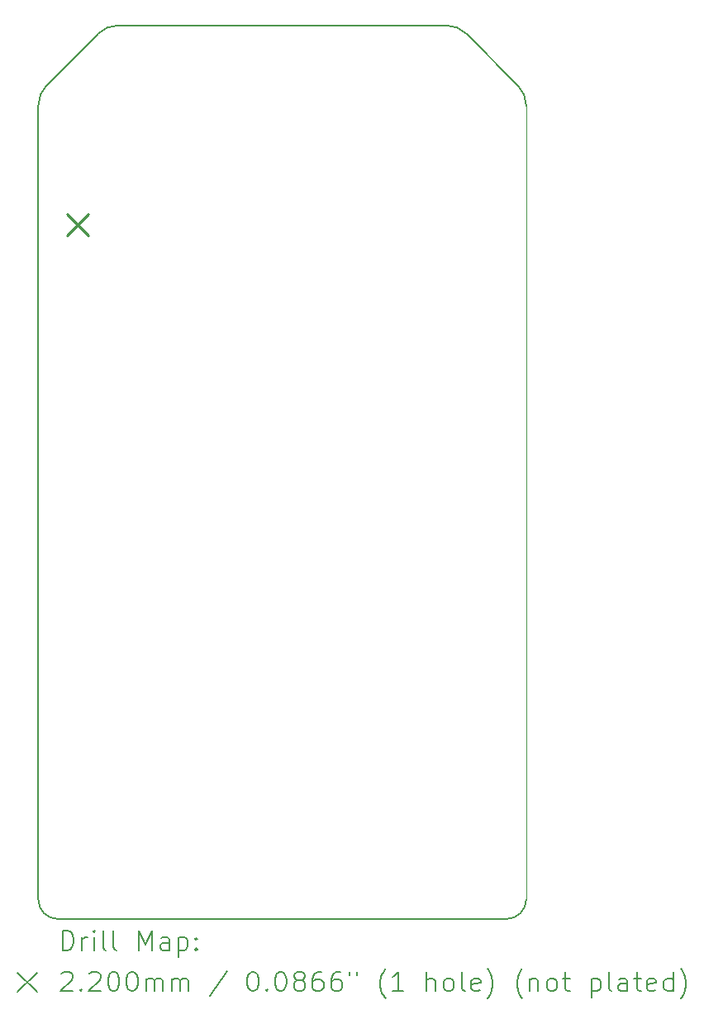
<source format=gbr>
%TF.GenerationSoftware,KiCad,Pcbnew,(6.0.9)*%
%TF.CreationDate,2022-12-03T16:13:04+01:00*%
%TF.ProjectId,ray-rounded,7261792d-726f-4756-9e64-65642e6b6963,rev?*%
%TF.SameCoordinates,Original*%
%TF.FileFunction,Drillmap*%
%TF.FilePolarity,Positive*%
%FSLAX45Y45*%
G04 Gerber Fmt 4.5, Leading zero omitted, Abs format (unit mm)*
G04 Created by KiCad (PCBNEW (6.0.9)) date 2022-12-03 16:13:04*
%MOMM*%
%LPD*%
G01*
G04 APERTURE LIST*
%ADD10C,0.200000*%
%ADD11C,0.100000*%
%ADD12C,0.220000*%
G04 APERTURE END LIST*
D10*
X9755180Y-15282640D02*
X14355180Y-15282640D01*
X9643050Y-6739774D02*
G75*
G03*
X9555180Y-6951904I212110J-212126D01*
G01*
X10379444Y-6127642D02*
G75*
G03*
X10167312Y-6215508I6J-300018D01*
G01*
X9555180Y-15082640D02*
G75*
G03*
X9755180Y-15282640I200000J0D01*
G01*
X9555180Y-6951904D02*
X9555180Y-15082640D01*
X10167312Y-6215508D02*
X9643048Y-6739772D01*
X14555178Y-6951904D02*
G75*
G03*
X14467312Y-6739772I-300018J-6D01*
G01*
X14467312Y-6739772D02*
X13943048Y-6215508D01*
X13943046Y-6215510D02*
G75*
G03*
X13730916Y-6127640I-212126J-212110D01*
G01*
D11*
X14555180Y-6951904D02*
X14555180Y-15082640D01*
D10*
X13730916Y-6127640D02*
X10379444Y-6127640D01*
X14355180Y-15282640D02*
G75*
G03*
X14555180Y-15082640I0J200000D01*
G01*
D12*
X9845840Y-8060640D02*
X10065840Y-8280640D01*
X10065840Y-8060640D02*
X9845840Y-8280640D01*
D10*
X9802799Y-15603116D02*
X9802799Y-15403116D01*
X9850418Y-15403116D01*
X9878990Y-15412640D01*
X9898037Y-15431688D01*
X9907561Y-15450735D01*
X9917085Y-15488830D01*
X9917085Y-15517402D01*
X9907561Y-15555497D01*
X9898037Y-15574545D01*
X9878990Y-15593592D01*
X9850418Y-15603116D01*
X9802799Y-15603116D01*
X10002799Y-15603116D02*
X10002799Y-15469783D01*
X10002799Y-15507878D02*
X10012323Y-15488830D01*
X10021847Y-15479307D01*
X10040894Y-15469783D01*
X10059942Y-15469783D01*
X10126609Y-15603116D02*
X10126609Y-15469783D01*
X10126609Y-15403116D02*
X10117085Y-15412640D01*
X10126609Y-15422164D01*
X10136132Y-15412640D01*
X10126609Y-15403116D01*
X10126609Y-15422164D01*
X10250418Y-15603116D02*
X10231370Y-15593592D01*
X10221847Y-15574545D01*
X10221847Y-15403116D01*
X10355180Y-15603116D02*
X10336132Y-15593592D01*
X10326609Y-15574545D01*
X10326609Y-15403116D01*
X10583751Y-15603116D02*
X10583751Y-15403116D01*
X10650418Y-15545973D01*
X10717085Y-15403116D01*
X10717085Y-15603116D01*
X10898037Y-15603116D02*
X10898037Y-15498354D01*
X10888513Y-15479307D01*
X10869466Y-15469783D01*
X10831370Y-15469783D01*
X10812323Y-15479307D01*
X10898037Y-15593592D02*
X10878990Y-15603116D01*
X10831370Y-15603116D01*
X10812323Y-15593592D01*
X10802799Y-15574545D01*
X10802799Y-15555497D01*
X10812323Y-15536449D01*
X10831370Y-15526926D01*
X10878990Y-15526926D01*
X10898037Y-15517402D01*
X10993275Y-15469783D02*
X10993275Y-15669783D01*
X10993275Y-15479307D02*
X11012323Y-15469783D01*
X11050418Y-15469783D01*
X11069466Y-15479307D01*
X11078990Y-15488830D01*
X11088513Y-15507878D01*
X11088513Y-15565021D01*
X11078990Y-15584068D01*
X11069466Y-15593592D01*
X11050418Y-15603116D01*
X11012323Y-15603116D01*
X10993275Y-15593592D01*
X11174228Y-15584068D02*
X11183751Y-15593592D01*
X11174228Y-15603116D01*
X11164704Y-15593592D01*
X11174228Y-15584068D01*
X11174228Y-15603116D01*
X11174228Y-15479307D02*
X11183751Y-15488830D01*
X11174228Y-15498354D01*
X11164704Y-15488830D01*
X11174228Y-15479307D01*
X11174228Y-15498354D01*
X9345180Y-15832640D02*
X9545180Y-16032640D01*
X9545180Y-15832640D02*
X9345180Y-16032640D01*
X9793275Y-15842164D02*
X9802799Y-15832640D01*
X9821847Y-15823116D01*
X9869466Y-15823116D01*
X9888513Y-15832640D01*
X9898037Y-15842164D01*
X9907561Y-15861211D01*
X9907561Y-15880259D01*
X9898037Y-15908830D01*
X9783751Y-16023116D01*
X9907561Y-16023116D01*
X9993275Y-16004068D02*
X10002799Y-16013592D01*
X9993275Y-16023116D01*
X9983751Y-16013592D01*
X9993275Y-16004068D01*
X9993275Y-16023116D01*
X10078990Y-15842164D02*
X10088513Y-15832640D01*
X10107561Y-15823116D01*
X10155180Y-15823116D01*
X10174228Y-15832640D01*
X10183751Y-15842164D01*
X10193275Y-15861211D01*
X10193275Y-15880259D01*
X10183751Y-15908830D01*
X10069466Y-16023116D01*
X10193275Y-16023116D01*
X10317085Y-15823116D02*
X10336132Y-15823116D01*
X10355180Y-15832640D01*
X10364704Y-15842164D01*
X10374228Y-15861211D01*
X10383751Y-15899307D01*
X10383751Y-15946926D01*
X10374228Y-15985021D01*
X10364704Y-16004068D01*
X10355180Y-16013592D01*
X10336132Y-16023116D01*
X10317085Y-16023116D01*
X10298037Y-16013592D01*
X10288513Y-16004068D01*
X10278990Y-15985021D01*
X10269466Y-15946926D01*
X10269466Y-15899307D01*
X10278990Y-15861211D01*
X10288513Y-15842164D01*
X10298037Y-15832640D01*
X10317085Y-15823116D01*
X10507561Y-15823116D02*
X10526609Y-15823116D01*
X10545656Y-15832640D01*
X10555180Y-15842164D01*
X10564704Y-15861211D01*
X10574228Y-15899307D01*
X10574228Y-15946926D01*
X10564704Y-15985021D01*
X10555180Y-16004068D01*
X10545656Y-16013592D01*
X10526609Y-16023116D01*
X10507561Y-16023116D01*
X10488513Y-16013592D01*
X10478990Y-16004068D01*
X10469466Y-15985021D01*
X10459942Y-15946926D01*
X10459942Y-15899307D01*
X10469466Y-15861211D01*
X10478990Y-15842164D01*
X10488513Y-15832640D01*
X10507561Y-15823116D01*
X10659942Y-16023116D02*
X10659942Y-15889783D01*
X10659942Y-15908830D02*
X10669466Y-15899307D01*
X10688513Y-15889783D01*
X10717085Y-15889783D01*
X10736132Y-15899307D01*
X10745656Y-15918354D01*
X10745656Y-16023116D01*
X10745656Y-15918354D02*
X10755180Y-15899307D01*
X10774228Y-15889783D01*
X10802799Y-15889783D01*
X10821847Y-15899307D01*
X10831370Y-15918354D01*
X10831370Y-16023116D01*
X10926609Y-16023116D02*
X10926609Y-15889783D01*
X10926609Y-15908830D02*
X10936132Y-15899307D01*
X10955180Y-15889783D01*
X10983751Y-15889783D01*
X11002799Y-15899307D01*
X11012323Y-15918354D01*
X11012323Y-16023116D01*
X11012323Y-15918354D02*
X11021847Y-15899307D01*
X11040894Y-15889783D01*
X11069466Y-15889783D01*
X11088513Y-15899307D01*
X11098037Y-15918354D01*
X11098037Y-16023116D01*
X11488513Y-15813592D02*
X11317085Y-16070735D01*
X11745656Y-15823116D02*
X11764704Y-15823116D01*
X11783751Y-15832640D01*
X11793275Y-15842164D01*
X11802799Y-15861211D01*
X11812323Y-15899307D01*
X11812323Y-15946926D01*
X11802799Y-15985021D01*
X11793275Y-16004068D01*
X11783751Y-16013592D01*
X11764704Y-16023116D01*
X11745656Y-16023116D01*
X11726608Y-16013592D01*
X11717085Y-16004068D01*
X11707561Y-15985021D01*
X11698037Y-15946926D01*
X11698037Y-15899307D01*
X11707561Y-15861211D01*
X11717085Y-15842164D01*
X11726608Y-15832640D01*
X11745656Y-15823116D01*
X11898037Y-16004068D02*
X11907561Y-16013592D01*
X11898037Y-16023116D01*
X11888513Y-16013592D01*
X11898037Y-16004068D01*
X11898037Y-16023116D01*
X12031370Y-15823116D02*
X12050418Y-15823116D01*
X12069466Y-15832640D01*
X12078989Y-15842164D01*
X12088513Y-15861211D01*
X12098037Y-15899307D01*
X12098037Y-15946926D01*
X12088513Y-15985021D01*
X12078989Y-16004068D01*
X12069466Y-16013592D01*
X12050418Y-16023116D01*
X12031370Y-16023116D01*
X12012323Y-16013592D01*
X12002799Y-16004068D01*
X11993275Y-15985021D01*
X11983751Y-15946926D01*
X11983751Y-15899307D01*
X11993275Y-15861211D01*
X12002799Y-15842164D01*
X12012323Y-15832640D01*
X12031370Y-15823116D01*
X12212323Y-15908830D02*
X12193275Y-15899307D01*
X12183751Y-15889783D01*
X12174228Y-15870735D01*
X12174228Y-15861211D01*
X12183751Y-15842164D01*
X12193275Y-15832640D01*
X12212323Y-15823116D01*
X12250418Y-15823116D01*
X12269466Y-15832640D01*
X12278989Y-15842164D01*
X12288513Y-15861211D01*
X12288513Y-15870735D01*
X12278989Y-15889783D01*
X12269466Y-15899307D01*
X12250418Y-15908830D01*
X12212323Y-15908830D01*
X12193275Y-15918354D01*
X12183751Y-15927878D01*
X12174228Y-15946926D01*
X12174228Y-15985021D01*
X12183751Y-16004068D01*
X12193275Y-16013592D01*
X12212323Y-16023116D01*
X12250418Y-16023116D01*
X12269466Y-16013592D01*
X12278989Y-16004068D01*
X12288513Y-15985021D01*
X12288513Y-15946926D01*
X12278989Y-15927878D01*
X12269466Y-15918354D01*
X12250418Y-15908830D01*
X12459942Y-15823116D02*
X12421847Y-15823116D01*
X12402799Y-15832640D01*
X12393275Y-15842164D01*
X12374228Y-15870735D01*
X12364704Y-15908830D01*
X12364704Y-15985021D01*
X12374228Y-16004068D01*
X12383751Y-16013592D01*
X12402799Y-16023116D01*
X12440894Y-16023116D01*
X12459942Y-16013592D01*
X12469466Y-16004068D01*
X12478989Y-15985021D01*
X12478989Y-15937402D01*
X12469466Y-15918354D01*
X12459942Y-15908830D01*
X12440894Y-15899307D01*
X12402799Y-15899307D01*
X12383751Y-15908830D01*
X12374228Y-15918354D01*
X12364704Y-15937402D01*
X12650418Y-15823116D02*
X12612323Y-15823116D01*
X12593275Y-15832640D01*
X12583751Y-15842164D01*
X12564704Y-15870735D01*
X12555180Y-15908830D01*
X12555180Y-15985021D01*
X12564704Y-16004068D01*
X12574228Y-16013592D01*
X12593275Y-16023116D01*
X12631370Y-16023116D01*
X12650418Y-16013592D01*
X12659942Y-16004068D01*
X12669466Y-15985021D01*
X12669466Y-15937402D01*
X12659942Y-15918354D01*
X12650418Y-15908830D01*
X12631370Y-15899307D01*
X12593275Y-15899307D01*
X12574228Y-15908830D01*
X12564704Y-15918354D01*
X12555180Y-15937402D01*
X12745656Y-15823116D02*
X12745656Y-15861211D01*
X12821847Y-15823116D02*
X12821847Y-15861211D01*
X13117085Y-16099307D02*
X13107561Y-16089783D01*
X13088513Y-16061211D01*
X13078989Y-16042164D01*
X13069466Y-16013592D01*
X13059942Y-15965973D01*
X13059942Y-15927878D01*
X13069466Y-15880259D01*
X13078989Y-15851688D01*
X13088513Y-15832640D01*
X13107561Y-15804068D01*
X13117085Y-15794545D01*
X13298037Y-16023116D02*
X13183751Y-16023116D01*
X13240894Y-16023116D02*
X13240894Y-15823116D01*
X13221847Y-15851688D01*
X13202799Y-15870735D01*
X13183751Y-15880259D01*
X13536132Y-16023116D02*
X13536132Y-15823116D01*
X13621847Y-16023116D02*
X13621847Y-15918354D01*
X13612323Y-15899307D01*
X13593275Y-15889783D01*
X13564704Y-15889783D01*
X13545656Y-15899307D01*
X13536132Y-15908830D01*
X13745656Y-16023116D02*
X13726608Y-16013592D01*
X13717085Y-16004068D01*
X13707561Y-15985021D01*
X13707561Y-15927878D01*
X13717085Y-15908830D01*
X13726608Y-15899307D01*
X13745656Y-15889783D01*
X13774228Y-15889783D01*
X13793275Y-15899307D01*
X13802799Y-15908830D01*
X13812323Y-15927878D01*
X13812323Y-15985021D01*
X13802799Y-16004068D01*
X13793275Y-16013592D01*
X13774228Y-16023116D01*
X13745656Y-16023116D01*
X13926608Y-16023116D02*
X13907561Y-16013592D01*
X13898037Y-15994545D01*
X13898037Y-15823116D01*
X14078989Y-16013592D02*
X14059942Y-16023116D01*
X14021847Y-16023116D01*
X14002799Y-16013592D01*
X13993275Y-15994545D01*
X13993275Y-15918354D01*
X14002799Y-15899307D01*
X14021847Y-15889783D01*
X14059942Y-15889783D01*
X14078989Y-15899307D01*
X14088513Y-15918354D01*
X14088513Y-15937402D01*
X13993275Y-15956449D01*
X14155180Y-16099307D02*
X14164704Y-16089783D01*
X14183751Y-16061211D01*
X14193275Y-16042164D01*
X14202799Y-16013592D01*
X14212323Y-15965973D01*
X14212323Y-15927878D01*
X14202799Y-15880259D01*
X14193275Y-15851688D01*
X14183751Y-15832640D01*
X14164704Y-15804068D01*
X14155180Y-15794545D01*
X14517085Y-16099307D02*
X14507561Y-16089783D01*
X14488513Y-16061211D01*
X14478989Y-16042164D01*
X14469466Y-16013592D01*
X14459942Y-15965973D01*
X14459942Y-15927878D01*
X14469466Y-15880259D01*
X14478989Y-15851688D01*
X14488513Y-15832640D01*
X14507561Y-15804068D01*
X14517085Y-15794545D01*
X14593275Y-15889783D02*
X14593275Y-16023116D01*
X14593275Y-15908830D02*
X14602799Y-15899307D01*
X14621847Y-15889783D01*
X14650418Y-15889783D01*
X14669466Y-15899307D01*
X14678989Y-15918354D01*
X14678989Y-16023116D01*
X14802799Y-16023116D02*
X14783751Y-16013592D01*
X14774228Y-16004068D01*
X14764704Y-15985021D01*
X14764704Y-15927878D01*
X14774228Y-15908830D01*
X14783751Y-15899307D01*
X14802799Y-15889783D01*
X14831370Y-15889783D01*
X14850418Y-15899307D01*
X14859942Y-15908830D01*
X14869466Y-15927878D01*
X14869466Y-15985021D01*
X14859942Y-16004068D01*
X14850418Y-16013592D01*
X14831370Y-16023116D01*
X14802799Y-16023116D01*
X14926608Y-15889783D02*
X15002799Y-15889783D01*
X14955180Y-15823116D02*
X14955180Y-15994545D01*
X14964704Y-16013592D01*
X14983751Y-16023116D01*
X15002799Y-16023116D01*
X15221847Y-15889783D02*
X15221847Y-16089783D01*
X15221847Y-15899307D02*
X15240894Y-15889783D01*
X15278989Y-15889783D01*
X15298037Y-15899307D01*
X15307561Y-15908830D01*
X15317085Y-15927878D01*
X15317085Y-15985021D01*
X15307561Y-16004068D01*
X15298037Y-16013592D01*
X15278989Y-16023116D01*
X15240894Y-16023116D01*
X15221847Y-16013592D01*
X15431370Y-16023116D02*
X15412323Y-16013592D01*
X15402799Y-15994545D01*
X15402799Y-15823116D01*
X15593275Y-16023116D02*
X15593275Y-15918354D01*
X15583751Y-15899307D01*
X15564704Y-15889783D01*
X15526608Y-15889783D01*
X15507561Y-15899307D01*
X15593275Y-16013592D02*
X15574228Y-16023116D01*
X15526608Y-16023116D01*
X15507561Y-16013592D01*
X15498037Y-15994545D01*
X15498037Y-15975497D01*
X15507561Y-15956449D01*
X15526608Y-15946926D01*
X15574228Y-15946926D01*
X15593275Y-15937402D01*
X15659942Y-15889783D02*
X15736132Y-15889783D01*
X15688513Y-15823116D02*
X15688513Y-15994545D01*
X15698037Y-16013592D01*
X15717085Y-16023116D01*
X15736132Y-16023116D01*
X15878989Y-16013592D02*
X15859942Y-16023116D01*
X15821847Y-16023116D01*
X15802799Y-16013592D01*
X15793275Y-15994545D01*
X15793275Y-15918354D01*
X15802799Y-15899307D01*
X15821847Y-15889783D01*
X15859942Y-15889783D01*
X15878989Y-15899307D01*
X15888513Y-15918354D01*
X15888513Y-15937402D01*
X15793275Y-15956449D01*
X16059942Y-16023116D02*
X16059942Y-15823116D01*
X16059942Y-16013592D02*
X16040894Y-16023116D01*
X16002799Y-16023116D01*
X15983751Y-16013592D01*
X15974228Y-16004068D01*
X15964704Y-15985021D01*
X15964704Y-15927878D01*
X15974228Y-15908830D01*
X15983751Y-15899307D01*
X16002799Y-15889783D01*
X16040894Y-15889783D01*
X16059942Y-15899307D01*
X16136132Y-16099307D02*
X16145656Y-16089783D01*
X16164704Y-16061211D01*
X16174228Y-16042164D01*
X16183751Y-16013592D01*
X16193275Y-15965973D01*
X16193275Y-15927878D01*
X16183751Y-15880259D01*
X16174228Y-15851688D01*
X16164704Y-15832640D01*
X16145656Y-15804068D01*
X16136132Y-15794545D01*
M02*

</source>
